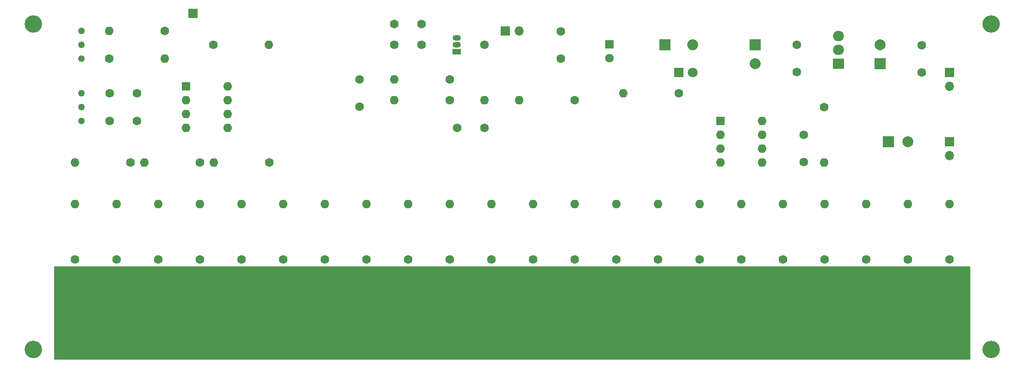
<source format=gts>
%TF.GenerationSoftware,KiCad,Pcbnew,7.0.7*%
%TF.CreationDate,2023-11-25T21:21:33+09:00*%
%TF.ProjectId,StylophoneV1,5374796c-6f70-4686-9f6e-6556312e6b69,rev?*%
%TF.SameCoordinates,Original*%
%TF.FileFunction,Soldermask,Top*%
%TF.FilePolarity,Negative*%
%FSLAX46Y46*%
G04 Gerber Fmt 4.6, Leading zero omitted, Abs format (unit mm)*
G04 Created by KiCad (PCBNEW 7.0.7) date 2023-11-25 21:21:33*
%MOMM*%
%LPD*%
G01*
G04 APERTURE LIST*
%ADD10C,3.200000*%
%ADD11R,1.700000X1.700000*%
%ADD12O,1.700000X1.700000*%
%ADD13O,2.000000X1.905000*%
%ADD14R,2.000000X1.905000*%
%ADD15O,1.600000X1.600000*%
%ADD16R,1.600000X1.600000*%
%ADD17C,1.600000*%
%ADD18C,1.240000*%
%ADD19O,1.500000X1.050000*%
%ADD20R,1.500000X1.050000*%
%ADD21C,1.800000*%
%ADD22R,1.800000X1.800000*%
%ADD23O,2.000000X2.000000*%
%ADD24R,2.000000X2.000000*%
%ADD25C,2.000000*%
G04 APERTURE END LIST*
D10*
%TO.C,H4*%
X236220000Y-128270000D03*
%TD*%
%TO.C,H3*%
X236220000Y-68580000D03*
%TD*%
%TO.C,H2*%
X60960000Y-128270000D03*
%TD*%
%TO.C,H1*%
X60960000Y-68580000D03*
%TD*%
D11*
%TO.C,J2*%
X90170000Y-66675000D03*
%TD*%
%TO.C,LS1*%
X228600000Y-90170000D03*
D12*
X228600000Y-92710000D03*
%TD*%
D11*
%TO.C,J1*%
X228600000Y-77465000D03*
D12*
X228600000Y-80005000D03*
%TD*%
D13*
%TO.C,U3*%
X208280000Y-70810000D03*
X208280000Y-73350000D03*
D14*
X208280000Y-75890000D03*
%TD*%
D15*
%TO.C,U2*%
X194320000Y-86370000D03*
X194320000Y-88910000D03*
X194320000Y-91450000D03*
X194320000Y-93990000D03*
X186700000Y-93990000D03*
X186700000Y-91450000D03*
X186700000Y-88910000D03*
D16*
X186700000Y-86370000D03*
%TD*%
D15*
%TO.C,U1*%
X96520000Y-80010000D03*
X96520000Y-82550000D03*
X96520000Y-85090000D03*
X96520000Y-87630000D03*
X88900000Y-87630000D03*
X88900000Y-85090000D03*
X88900000Y-82550000D03*
D16*
X88900000Y-80010000D03*
%TD*%
D12*
%TO.C,SW1*%
X149860000Y-69850000D03*
D11*
X147320000Y-69850000D03*
%TD*%
D15*
%TO.C,R36*%
X168910000Y-81280000D03*
D17*
X179070000Y-81280000D03*
%TD*%
D15*
%TO.C,R35*%
X205660000Y-94020000D03*
D17*
X205660000Y-83860000D03*
%TD*%
D15*
%TO.C,R34*%
X228600000Y-101600000D03*
D17*
X228600000Y-111760000D03*
%TD*%
D18*
%TO.C,R33*%
X69840000Y-81270000D03*
X69840000Y-83810000D03*
X69840000Y-86350000D03*
%TD*%
D15*
%TO.C,R32*%
X220980000Y-101600000D03*
D17*
X220980000Y-111760000D03*
%TD*%
D15*
%TO.C,R31*%
X213360000Y-101600000D03*
D17*
X213360000Y-111760000D03*
%TD*%
D15*
%TO.C,R30*%
X205740000Y-101600000D03*
D17*
X205740000Y-111760000D03*
%TD*%
D15*
%TO.C,R29*%
X198120000Y-101600000D03*
D17*
X198120000Y-111760000D03*
%TD*%
D15*
%TO.C,R28*%
X190500000Y-101600000D03*
D17*
X190500000Y-111760000D03*
%TD*%
D15*
%TO.C,R27*%
X182880000Y-101600000D03*
D17*
X182880000Y-111760000D03*
%TD*%
D15*
%TO.C,R26*%
X175260000Y-101600000D03*
D17*
X175260000Y-111760000D03*
%TD*%
D15*
%TO.C,R25*%
X167640000Y-101600000D03*
D17*
X167640000Y-111760000D03*
%TD*%
D15*
%TO.C,R24*%
X160020000Y-101600000D03*
D17*
X160020000Y-111760000D03*
%TD*%
D15*
%TO.C,R23*%
X152400000Y-101600000D03*
D17*
X152400000Y-111760000D03*
%TD*%
D15*
%TO.C,R22*%
X144780000Y-101600000D03*
D17*
X144780000Y-111760000D03*
%TD*%
D15*
%TO.C,R21*%
X137160000Y-101600000D03*
D17*
X137160000Y-111760000D03*
%TD*%
D15*
%TO.C,R20*%
X129540000Y-101600000D03*
D17*
X129540000Y-111760000D03*
%TD*%
D15*
%TO.C,R19*%
X121920000Y-101600000D03*
D17*
X121920000Y-111760000D03*
%TD*%
D15*
%TO.C,R18*%
X114300000Y-101600000D03*
D17*
X114300000Y-111760000D03*
%TD*%
D15*
%TO.C,R17*%
X106680000Y-101600000D03*
D17*
X106680000Y-111760000D03*
%TD*%
D15*
%TO.C,R16*%
X99060000Y-101600000D03*
D17*
X99060000Y-111760000D03*
%TD*%
D15*
%TO.C,R15*%
X91440000Y-101600000D03*
D17*
X91440000Y-111760000D03*
%TD*%
D15*
%TO.C,R14*%
X83820000Y-101600000D03*
D17*
X83820000Y-111760000D03*
%TD*%
D15*
%TO.C,R13*%
X76200000Y-101600000D03*
D17*
X76200000Y-111760000D03*
%TD*%
D15*
%TO.C,R12*%
X68580000Y-101600000D03*
D17*
X68580000Y-111760000D03*
%TD*%
D15*
%TO.C,R11*%
X68580000Y-93980000D03*
D17*
X78740000Y-93980000D03*
%TD*%
D15*
%TO.C,R10*%
X81280000Y-93980000D03*
D17*
X91440000Y-93980000D03*
%TD*%
D15*
%TO.C,R9*%
X93980000Y-93980000D03*
D17*
X104140000Y-93980000D03*
%TD*%
D15*
%TO.C,R8*%
X127000000Y-78740000D03*
D17*
X137160000Y-78740000D03*
%TD*%
D15*
%TO.C,R7*%
X127000000Y-82550000D03*
D17*
X137160000Y-82550000D03*
%TD*%
D15*
%TO.C,R6*%
X143510000Y-82550000D03*
D17*
X143510000Y-72390000D03*
%TD*%
D15*
%TO.C,R5*%
X149860000Y-82550000D03*
D17*
X160020000Y-82550000D03*
%TD*%
D15*
%TO.C,R4*%
X104130000Y-72380000D03*
D17*
X93970000Y-72380000D03*
%TD*%
D15*
%TO.C,R3*%
X85080000Y-74920000D03*
D17*
X74920000Y-74920000D03*
%TD*%
D18*
%TO.C,R2*%
X69840000Y-69840000D03*
X69840000Y-72380000D03*
X69840000Y-74920000D03*
%TD*%
D15*
%TO.C,R1*%
X74920000Y-69840000D03*
D17*
X85080000Y-69840000D03*
%TD*%
D19*
%TO.C,Q1*%
X138430000Y-71120000D03*
X138430000Y-72390000D03*
D20*
X138430000Y-73660000D03*
%TD*%
D21*
%TO.C,D2*%
X181610000Y-77470000D03*
D22*
X179070000Y-77470000D03*
%TD*%
D23*
%TO.C,D1*%
X181610000Y-72390000D03*
D24*
X176530000Y-72390000D03*
%TD*%
D17*
%TO.C,C14*%
X223520000Y-72470000D03*
X223520000Y-77470000D03*
%TD*%
%TO.C,C13*%
X200660000Y-77390000D03*
X200660000Y-72390000D03*
%TD*%
D25*
%TO.C,C12*%
X215900000Y-72390000D03*
D24*
X215900000Y-75890000D03*
%TD*%
D25*
%TO.C,C11*%
X193040000Y-75890000D03*
D24*
X193040000Y-72390000D03*
%TD*%
D17*
%TO.C,C10*%
X201930000Y-93940000D03*
X201930000Y-88940000D03*
%TD*%
D24*
%TO.C,C9*%
X217480000Y-90170000D03*
D25*
X220980000Y-90170000D03*
%TD*%
D17*
%TO.C,C8*%
X75000000Y-86350000D03*
X80000000Y-86350000D03*
%TD*%
%TO.C,C7*%
X79960000Y-81270000D03*
X74960000Y-81270000D03*
%TD*%
%TO.C,C6*%
X132040000Y-72390000D03*
X127040000Y-72390000D03*
%TD*%
%TO.C,C5*%
X120650000Y-78740000D03*
X120650000Y-83740000D03*
%TD*%
%TO.C,C4*%
X138510000Y-87630000D03*
X143510000Y-87630000D03*
%TD*%
%TO.C,C3*%
X132040000Y-68580000D03*
X127040000Y-68580000D03*
%TD*%
%TO.C,C2*%
X166370000Y-74850000D03*
D16*
X166370000Y-72350000D03*
%TD*%
D17*
%TO.C,C1*%
X157480000Y-74930000D03*
X157480000Y-69930000D03*
%TD*%
G36*
X232353039Y-113049685D02*
G01*
X232398794Y-113102489D01*
X232410000Y-113154000D01*
X232410000Y-130051000D01*
X232390315Y-130118039D01*
X232337511Y-130163794D01*
X232286000Y-130175000D01*
X64894000Y-130175000D01*
X64826961Y-130155315D01*
X64781206Y-130102511D01*
X64770000Y-130051000D01*
X64770000Y-113154000D01*
X64789685Y-113086961D01*
X64842489Y-113041206D01*
X64894000Y-113030000D01*
X232286000Y-113030000D01*
X232353039Y-113049685D01*
G37*
M02*

</source>
